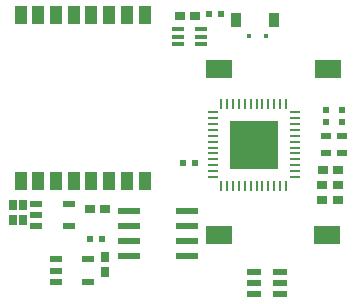
<source format=gtp>
G04*
G04 #@! TF.GenerationSoftware,Altium Limited,Altium Designer,18.0.9 (584)*
G04*
G04 Layer_Color=8421504*
%FSLAX25Y25*%
%MOIN*%
G70*
G01*
G75*
%ADD16R,0.08622X0.06299*%
%ADD17R,0.01575X0.01575*%
%ADD18R,0.03543X0.02756*%
%ADD19R,0.03543X0.02362*%
%ADD20R,0.02362X0.01968*%
%ADD21R,0.04800X0.02000*%
%ADD22R,0.02756X0.03543*%
%ADD23R,0.04400X0.01400*%
%ADD24R,0.01968X0.02362*%
%ADD25R,0.03937X0.02362*%
%ADD26R,0.07800X0.02100*%
%ADD27R,0.03937X0.05906*%
%ADD28R,0.01102X0.03347*%
%ADD29R,0.03347X0.01102*%
%ADD30R,0.16142X0.16142*%
%ADD31R,0.03600X0.04800*%
D16*
X172560Y177580D02*
D03*
X208702D02*
D03*
X208571Y122500D02*
D03*
X172429D02*
D03*
D17*
X188066Y188840D02*
D03*
X182554D02*
D03*
D18*
X206941Y134000D02*
D03*
X212059D02*
D03*
X207000Y144000D02*
D03*
X212118D02*
D03*
X206941Y139000D02*
D03*
X212059D02*
D03*
X159500Y195500D02*
D03*
X164618D02*
D03*
X129341Y131022D02*
D03*
X134459D02*
D03*
D19*
X208000Y149744D02*
D03*
Y155256D02*
D03*
X213500Y149744D02*
D03*
Y155256D02*
D03*
D20*
X208000Y160032D02*
D03*
Y163969D02*
D03*
X213500Y160032D02*
D03*
Y163969D02*
D03*
D21*
X184000Y102800D02*
D03*
Y106500D02*
D03*
Y110200D02*
D03*
X192800D02*
D03*
Y106500D02*
D03*
Y102800D02*
D03*
D22*
X134500Y115000D02*
D03*
Y109882D02*
D03*
X103670Y132379D02*
D03*
Y127261D02*
D03*
X107030Y132430D02*
D03*
Y127312D02*
D03*
D23*
X158750Y191090D02*
D03*
Y188490D02*
D03*
Y185890D02*
D03*
X166350D02*
D03*
Y188490D02*
D03*
Y191090D02*
D03*
D24*
X164500Y146500D02*
D03*
X160563D02*
D03*
X169063Y196000D02*
D03*
X173000D02*
D03*
X133500Y121000D02*
D03*
X129563D02*
D03*
D25*
X128913Y114240D02*
D03*
Y106760D02*
D03*
X118087D02*
D03*
Y110500D02*
D03*
Y114240D02*
D03*
X122413Y132740D02*
D03*
Y125260D02*
D03*
X111587D02*
D03*
Y129000D02*
D03*
Y132740D02*
D03*
D26*
X142300Y130500D02*
D03*
Y125500D02*
D03*
Y120500D02*
D03*
Y115500D02*
D03*
X161700D02*
D03*
Y120500D02*
D03*
Y125500D02*
D03*
Y130500D02*
D03*
D27*
X106331Y140441D02*
D03*
X112236D02*
D03*
X118142D02*
D03*
X124047D02*
D03*
X129953D02*
D03*
X135858D02*
D03*
X141764D02*
D03*
X147669D02*
D03*
Y195559D02*
D03*
X141764D02*
D03*
X135858D02*
D03*
X129953D02*
D03*
X124047D02*
D03*
X118142D02*
D03*
X112236D02*
D03*
X106331D02*
D03*
D28*
X194827Y166181D02*
D03*
X192858D02*
D03*
X190890D02*
D03*
X188921D02*
D03*
X186953D02*
D03*
X184984D02*
D03*
X183016D02*
D03*
X181047D02*
D03*
X179079D02*
D03*
X177110D02*
D03*
X175142D02*
D03*
X173173D02*
D03*
Y138819D02*
D03*
X175142D02*
D03*
X177110D02*
D03*
X179079D02*
D03*
X181047D02*
D03*
X183016D02*
D03*
X184984D02*
D03*
X186953D02*
D03*
X188921D02*
D03*
X190890D02*
D03*
X192858D02*
D03*
X194827D02*
D03*
D29*
X170319Y163327D02*
D03*
Y161358D02*
D03*
Y159390D02*
D03*
Y157421D02*
D03*
Y155453D02*
D03*
Y153484D02*
D03*
Y151516D02*
D03*
Y149547D02*
D03*
Y147579D02*
D03*
Y145610D02*
D03*
Y143642D02*
D03*
Y141673D02*
D03*
X197681D02*
D03*
Y143642D02*
D03*
Y145610D02*
D03*
Y147579D02*
D03*
Y149547D02*
D03*
Y151516D02*
D03*
Y153484D02*
D03*
Y155453D02*
D03*
Y157421D02*
D03*
Y159390D02*
D03*
Y161358D02*
D03*
Y163327D02*
D03*
D30*
X184000Y152500D02*
D03*
D31*
X190950Y194000D02*
D03*
X178050D02*
D03*
M02*

</source>
